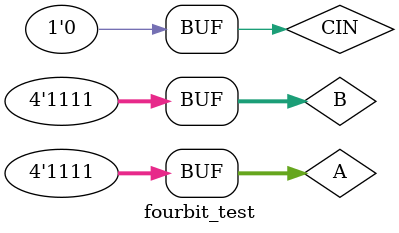
<source format=v>
`timescale 1ns / 1ps


module fourbit_test(

    );
    reg [3:0] A;
    reg [3:0] B;
    reg CIN;
    
    wire [3:0] led;
    
    fourbit_adder test(A,B,CIN,led);
    
    initial begin
        A=4'b0000; B=4'b0000; CIN=1'b0; #10;
        A=4'b0011; B=4'b0011; CIN=1'b0; #10;
        A=4'b1011; B=4'b0111; CIN=1'b0; #10;
        A=4'b1111; B=4'b1111; CIN=1'b0; #10;
    end
endmodule

</source>
